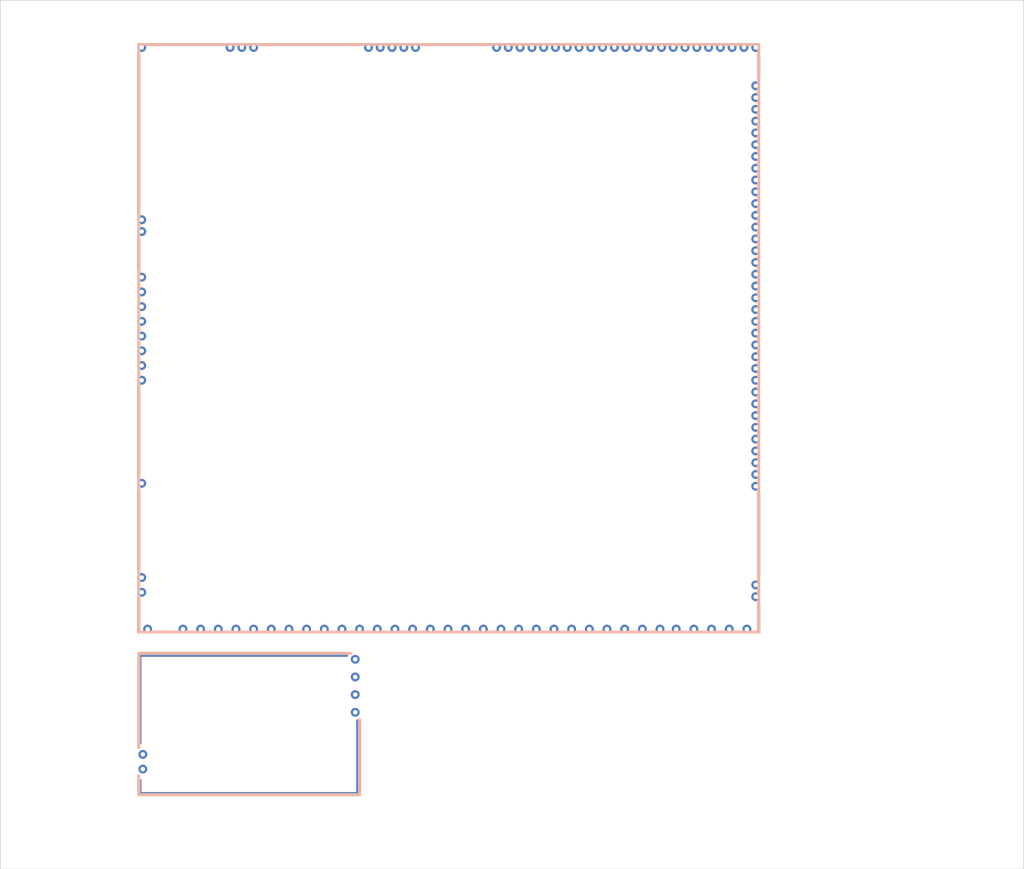
<source format=kicad_pcb>
(kicad_pcb (version 20240108) (generator "pcbnew") (generator_version "8.0")
  (layers (0 "F.Cu" signal) (31 "B.Cu" signal) (34 "B.Paste" user) (35 "F.Paste" user) (36 "B.SilkS" user "B.Silkscreen") (37 "F.SilkS" user "F.Silkscreen") (38 "B.Mask" user) (39 "F.Mask" user) (44 "Edge.Cuts" user))
  (net 0 "")
  (net 1 "Net-(M1-GND)")
  (net 2 "Net-(M1-VR-{slash}HALL)")
  (net 4 "Net-(M1-V5_IN)")
  (net 5 "Net-(M1-VR+)")
  (footprint "0.3:vr-max9924" (layer "F.Cu") (at 118.299998 87.550002)
    (property "Reference" "M1" (hide yes))
    (property "Value" "Module-vr-max9924-0.1" (hide yes))
    (fp_line (start 0.1 -9.7) (end 0.1 -3.3) (stroke (width 0.2)) (layer "B.SilkS"))
    (fp_line (start 0.1 -0.1) (end 0.1 -1.4) (stroke (width 0.2)) (layer "B.SilkS"))
    (fp_line (start 0.1 -0.1) (end 15.1 -0.1) (stroke (width 0.2)) (layer "B.SilkS"))
    (fp_line (start 14.5 -9.7) (end 0.1 -9.7) (stroke (width 0.2)) (layer "B.SilkS"))
    (fp_line (start 15.1 -0.1) (end 15.1 -5.2) (stroke (width 0.2)) (layer "B.SilkS"))
    (fp_line (start 0.1 -9.7) (end 0.1 -3.3) (stroke (width 0.2)) (layer "F.SilkS"))
    (fp_line (start 0.1 -0.1) (end 0.1 -1.4) (stroke (width 0.2)) (layer "F.SilkS"))
    (fp_line (start 0.1 -0.1) (end 15.1 -0.1) (stroke (width 0.2)) (layer "F.SilkS"))
    (fp_line (start 14.5 -9.7) (end 0.1 -9.7) (stroke (width 0.2)) (layer "F.SilkS"))
    (fp_line (start 15.1 -0.1) (end 15.1 -5.2) (stroke (width 0.2)) (layer "F.SilkS"))
    (pad "E1" thru_hole circle (at 14.8 -6.9 180) (size 0.6 0.6) (drill 0.3) (layers "*.Cu" "*.Mask"))
    (pad "E2" thru_hole circle (at 14.8 -5.7 180) (size 0.6 0.6) (drill 0.3) (layers "*.Cu" "*.Mask"))
    (pad "E3" thru_hole circle (at 14.8 -8.1 180) (size 0.6 0.6) (drill 0.3) (layers "*.Cu" "*.Mask"))
    (pad "E4" thru_hole circle (at 14.8 -9.3 180) (size 0.6 0.6) (drill 0.3) (layers "*.Cu" "*.Mask") (net 4 "Net-(M1-V5_IN)"))
    (pad "G" smd rect (at 0.15 -6.6325) (size 0.25 6.185) (layers "F.Cu") (net 1 "Net-(M1-GND)"))
    (pad "G" smd rect (at 0.15 -6.6325) (size 0.25 6.185) (layers "B.Cu") (net 1 "Net-(M1-GND)"))
    (pad "G" smd rect (at 0.15 -0.5825) (size 0.25 1.115) (layers "F.Cu") (net 1 "Net-(M1-GND)"))
    (pad "G" smd rect (at 0.15 -0.5825) (size 0.25 1.115) (layers "B.Cu") (net 1 "Net-(M1-GND)"))
    (pad "G" smd rect (at 7.1625 -9.6 90) (size 0.25 14.275) (layers "F.Cu") (net 1 "Net-(M1-GND)"))
    (pad "G" smd rect (at 7.1625 -9.6 90) (size 0.25 14.275) (layers "B.Cu") (net 1 "Net-(M1-GND)"))
    (pad "G" smd rect (at 7.575 -0.15 90) (size 0.25 15.1) (layers "F.Cu") (net 1 "Net-(M1-GND)"))
    (pad "G" smd rect (at 7.575 -0.15 90) (size 0.25 15.1) (layers "B.Cu") (net 1 "Net-(M1-GND)"))
    (pad "G" smd rect (at 15 -2.6125) (size 0.25 5.175) (layers "F.Cu") (net 1 "Net-(M1-GND)"))
    (pad "G" smd rect (at 15 -2.6125) (size 0.25 5.175) (layers "B.Cu") (net 1 "Net-(M1-GND)"))
    (pad "W1" thru_hole circle (at 0.375 -2.84 180) (size 0.6 0.6) (drill 0.3) (layers "*.Cu" "*.Mask") (net 2 "Net-(M1-VR-{slash}HALL)"))
    (pad "W2" thru_hole circle (at 0.375 -1.84 180) (size 0.6 0.6) (drill 0.3) (layers "*.Cu" "*.Mask") (net 5 "Net-(M1-VR+)"))
  )
  (footprint "0.6:mega-mcu144" (layer "F.Cu") (at 118.299998 76.500003)
    (property "Reference" "M2" (hide yes))
    (property "Value" "Module-mega-mcu144-0.6" (hide yes))
    (fp_line (start 0.099999 -39.999998) (end 40.900002 -39.999998) (stroke (width 0.2)) (layer "B.SilkS"))
    (fp_line (start 0.099999 -0.099999) (end 0.099999 -39.999998) (stroke (width 0.2)) (layer "B.SilkS"))
    (fp_line (start 0.099999 -0.099999) (end 42.199999 -0.099999) (stroke (width 0.2)) (layer "B.SilkS"))
    (fp_line (start 40.900002 -39.999998) (end 42.200002 -39.999998) (stroke (width 0.2)) (layer "B.SilkS"))
    (fp_line (start 42.199999 -0.099999) (end 42.200002 -39.999998) (stroke (width 0.2)) (layer "B.SilkS"))
    (fp_line (start 0.099999 -39.999998) (end 40.900002 -39.999998) (stroke (width 0.2)) (layer "F.SilkS"))
    (fp_line (start 0.099999 -0.099999) (end 0.099999 -39.999998) (stroke (width 0.2)) (layer "F.SilkS"))
    (fp_line (start 0.099999 -0.099999) (end 42.199999 -0.099999) (stroke (width 0.2)) (layer "F.SilkS"))
    (fp_line (start 40.900002 -39.999998) (end 42.200002 -39.999998) (stroke (width 0.2)) (layer "F.SilkS"))
    (fp_line (start 42.199999 -0.099999) (end 42.200002 -39.999998) (stroke (width 0.2)) (layer "F.SilkS"))
    (pad "E1" thru_hole circle (at 42.000002 -37.199996) (size 0.6 0.6) (drill 0.3) (layers "*.Cu"))
    (pad "E2" thru_hole circle (at 42.000002 -36.399995) (size 0.6 0.6) (drill 0.3) (layers "*.Cu"))
    (pad "E3" thru_hole circle (at 42.000002 -35.599997) (size 0.6 0.6) (drill 0.3) (layers "*.Cu"))
    (pad "E4" thru_hole circle (at 42.000002 -34.799996) (size 0.6 0.6) (drill 0.3) (layers "*.Cu"))
    (pad "E6" thru_hole circle (at 42.000002 -33.999995 270) (size 0.6 0.6) (drill 0.3) (layers "*.Cu"))
    (pad "E7" thru_hole circle (at 41.999999 -33.199997 270) (size 0.6 0.6) (drill 0.3) (layers "*.Cu"))
    (pad "E8" thru_hole circle (at 41.999999 -32.399996 270) (size 0.6 0.6) (drill 0.3) (layers "*.Cu"))
    (pad "E9" thru_hole circle (at 42.000002 -31.599992 270) (size 0.6 0.6) (drill 0.3) (layers "*.Cu"))
    (pad "E10" thru_hole circle (at 42.000002 -30.799996 270) (size 0.6 0.6) (drill 0.3) (layers "*.Cu"))
    (pad "E11" thru_hole circle (at 42.000002 -29.999996 270) (size 0.6 0.6) (drill 0.3) (layers "*.Cu"))
    (pad "E12" thru_hole circle (at 42.000002 -29.199995 270) (size 0.6 0.6) (drill 0.3) (layers "*.Cu"))
    (pad "E13" thru_hole circle (at 41.999999 -28.399996 270) (size 0.6 0.6) (drill 0.3) (layers "*.Cu"))
    (pad "E14" thru_hole circle (at 41.999999 -27.599995 270) (size 0.6 0.6) (drill 0.3) (layers "*.Cu"))
    (pad "E15" thru_hole circle (at 41.999999 -26.799994 270) (size 0.6 0.6) (drill 0.3) (layers "*.Cu"))
    (pad "E16" thru_hole circle (at 42.000002 -25.999996 270) (size 0.6 0.6) (drill 0.3) (layers "*.Cu"))
    (pad "E17" thru_hole circle (at 42.000002 -25.199995 270) (size 0.6 0.6) (drill 0.3) (layers "*.Cu"))
    (pad "E18" thru_hole circle (at 42.000002 -24.399997 270) (size 0.6 0.6) (drill 0.3) (layers "*.Cu"))
    (pad "E19" thru_hole circle (at 41.999999 -23.599996 270) (size 0.6 0.6) (drill 0.3) (layers "*.Cu"))
    (pad "E20" thru_hole circle (at 41.999999 -22.799995 270) (size 0.6 0.6) (drill 0.3) (layers "*.Cu"))
    (pad "E21" thru_hole circle (at 42.000002 -21.999996 270) (size 0.6 0.6) (drill 0.3) (layers "*.Cu"))
    (pad "E22" thru_hole circle (at 42.000002 -21.199995 270) (size 0.6 0.6) (drill 0.3) (layers "*.Cu"))
    (pad "E23" thru_hole circle (at 42.000002 -20.399994 270) (size 0.6 0.6) (drill 0.3) (layers "*.Cu"))
    (pad "E24" thru_hole circle (at 42.000002 -19.599996 270) (size 0.6 0.6) (drill 0.3) (layers "*.Cu"))
    (pad "E25" thru_hole circle (at 42.000002 -18.799995 180) (size 0.6 0.6) (drill 0.3) (layers "*.Cu"))
    (pad "E26" thru_hole circle (at 42.000002 -17.999997 180) (size 0.6 0.6) (drill 0.3) (layers "*.Cu"))
    (pad "E27" thru_hole circle (at 42.000002 -17.199996 270) (size 0.6 0.6) (drill 0.3) (layers "*.Cu"))
    (pad "E28" thru_hole circle (at 42.000002 -16.399995 270) (size 0.6 0.6) (drill 0.3) (layers "*.Cu"))
    (pad "E29" thru_hole circle (at 42.000002 -15.599996 180) (size 0.6 0.6) (drill 0.3) (layers "*.Cu"))
    (pad "E30" thru_hole circle (at 42.000002 -14.799995 180) (size 0.6 0.6) (drill 0.3) (layers "*.Cu"))
    (pad "E31" thru_hole circle (at 41.999999 -13.999997 180) (size 0.6 0.6) (drill 0.3) (layers "*.Cu"))
    (pad "E32" thru_hole circle (at 42.000002 -13.199994 180) (size 0.6 0.6) (drill 0.3) (layers "*.Cu"))
    (pad "E33" thru_hole circle (at 42.000002 -12.399995 180) (size 0.6 0.6) (drill 0.3) (layers "*.Cu"))
    (pad "E34" thru_hole circle (at 42.000002 -11.599997 180) (size 0.6 0.6) (drill 0.3) (layers "*.Cu"))
    (pad "E35" thru_hole circle (at 42.000002 -10.799996 270) (size 0.6 0.6) (drill 0.3) (layers "*.Cu"))
    (pad "E36" thru_hole circle (at 42.000002 -9.999995 270) (size 0.6 0.6) (drill 0.3) (layers "*.Cu"))
    (pad "E38" thru_hole circle (at 41.999999 -3.300001 270) (size 0.6 0.6) (drill 0.3) (layers "*.Cu"))
    (pad "E39" thru_hole circle (at 42.000002 -2.5 270) (size 0.6 0.6) (drill 0.3) (layers "*.Cu"))
    (pad "G" smd rect (at 0.099997 -1.15) (size 0.2 2.3) (layers "F.Cu" "F.Paste"))
    (pad "G" smd rect (at 0.099997 -1.15) (size 0.2 2.3) (layers "B.Cu" "B.Paste"))
    (pad "G" smd rect (at 0.099999 -33.949998) (size 0.2 10.7) (layers "F.Cu" "F.Paste"))
    (pad "G" smd rect (at 0.099999 -33.949998) (size 0.2 10.7) (layers "B.Cu" "B.Paste"))
    (pad "G" smd rect (at 0.099999 -25.749999) (size 0.2 2.1) (layers "F.Cu" "F.Paste"))
    (pad "G" smd rect (at 0.099999 -25.749999) (size 0.2 2.1) (layers "B.Cu" "B.Paste"))
    (pad "G" smd rect (at 0.099999 -13.7) (size 0.2 6) (layers "F.Cu" "F.Paste"))
    (pad "G" smd rect (at 0.099999 -13.7) (size 0.2 6) (layers "B.Cu" "B.Paste"))
    (pad "G" smd rect (at 0.099999 -7.000003) (size 0.2 5.4) (layers "F.Cu" "F.Paste"))
    (pad "G" smd rect (at 0.099999 -7.000003) (size 0.2 5.4) (layers "B.Cu" "B.Paste"))
    (pad "G" smd rect (at 1.900006 -0.099997 90) (size 0.2 1.4) (layers "F.Cu" "F.Paste"))
    (pad "G" smd rect (at 1.900006 -0.099997 90) (size 0.2 1.4) (layers "B.Cu" "B.Paste"))
    (pad "G" smd rect (at 3.300001 -39.999998 270) (size 0.2 5) (layers "F.Cu" "F.Paste"))
    (pad "G" smd rect (at 3.300001 -39.999998 270) (size 0.2 5) (layers "B.Cu" "B.Paste"))
    (pad "G" smd rect (at 11.800004 -39.999998 270) (size 0.2 6.8) (layers "F.Cu" "F.Paste"))
    (pad "G" smd rect (at 11.800004 -39.999998 270) (size 0.2 6.8) (layers "B.Cu" "B.Paste"))
    (pad "G" smd rect (at 21.650007 -39.999998 270) (size 0.2 4.5) (layers "F.Cu" "F.Paste"))
    (pad "G" smd rect (at 21.650007 -39.999998 270) (size 0.2 4.5) (layers "B.Cu" "B.Paste"))
    (pad "G" smd rect (at 42.200002 -38.499999 180) (size 0.2 1.6) (layers "F.Cu" "F.Paste"))
    (pad "G" smd rect (at 42.200002 -38.499999 180) (size 0.2 1.6) (layers "B.Cu" "B.Paste"))
    (pad "G" smd rect (at 42.200002 -6.649996 180) (size 0.2 5.7) (layers "F.Cu" "F.Paste"))
    (pad "G" smd rect (at 42.200002 -6.649996 180) (size 0.2 5.7) (layers "B.Cu" "B.Paste"))
    (pad "G" smd rect (at 42.200002 -1.000003 180) (size 0.2 2) (layers "F.Cu" "F.Paste"))
    (pad "G" smd rect (at 42.200002 -1.000003 180) (size 0.2 2) (layers "B.Cu" "B.Paste"))
    (pad "N1" thru_hole circle (at 42.000002 -39.799999 270) (size 0.6 0.6) (drill 0.3) (layers "*.Cu"))
    (pad "N2" thru_hole circle (at 41.200004 -39.800001 270) (size 0.6 0.6) (drill 0.3) (layers "*.Cu"))
    (pad "N3" thru_hole circle (at 40.400003 -39.800001 270) (size 0.6 0.6) (drill 0.3) (layers "*.Cu"))
    (pad "N4" thru_hole circle (at 39.600004 -39.799999 270) (size 0.6 0.6) (drill 0.3) (layers "*.Cu"))
    (pad "N5" thru_hole circle (at 38.800003 -39.799999 90) (size 0.6 0.6) (drill 0.3) (layers "*.Cu"))
    (pad "N6" thru_hole circle (at 38.000002 -39.799999 270) (size 0.6 0.6) (drill 0.3) (layers "*.Cu"))
    (pad "N7" thru_hole circle (at 37.200004 -39.799999 270) (size 0.6 0.6) (drill 0.3) (layers "*.Cu"))
    (pad "N8" thru_hole circle (at 36.400003 -39.800001 270) (size 0.6 0.6) (drill 0.3) (layers "*.Cu"))
    (pad "N9" thru_hole circle (at 35.600005 -39.799999 90) (size 0.6 0.6) (drill 0.3) (layers "*.Cu"))
    (pad "N10" thru_hole circle (at 34.800004 -39.799999 90) (size 0.6 0.6) (drill 0.3) (layers "*.Cu") (net 4 "Net-(M1-V5_IN)"))
    (pad "N11" thru_hole circle (at 34.000003 -39.799999 90) (size 0.6 0.6) (drill 0.3) (layers "*.Cu"))
    (pad "N12" thru_hole circle (at 33.200002 -39.799999 90) (size 0.6 0.6) (drill 0.3) (layers "*.Cu"))
    (pad "N13" thru_hole circle (at 32.400003 -39.799999 90) (size 0.6 0.6) (drill 0.3) (layers "*.Cu"))
    (pad "N14" thru_hole circle (at 31.600002 -39.799999 270) (size 0.6 0.6) (drill 0.3) (layers "*.Cu") (net 1 "Net-(M1-GND)"))
    (pad "N15" thru_hole circle (at 30.800001 -39.800001 270) (size 0.6 0.6) (drill 0.3) (layers "*.Cu") (net 2 "Net-(M1-VR-{slash}HALL)"))
    (pad "N16" thru_hole circle (at 30.000001 -39.800001 270) (size 0.6 0.6) (drill 0.3) (layers "*.Cu"))
    (pad "N17" thru_hole circle (at 29.200002 -39.799999 270) (size 0.6 0.6) (drill 0.3) (layers "*.Cu"))
    (pad "N18" thru_hole circle (at 28.400001 -39.799999 270) (size 0.6 0.6) (drill 0.3) (layers "*.Cu"))
    (pad "N19" thru_hole circle (at 27.600003 -39.799999 270) (size 0.6 0.6) (drill 0.3) (layers "*.Cu"))
    (pad "N20" thru_hole circle (at 26.800002 -39.799999 270) (size 0.6 0.6) (drill 0.3) (layers "*.Cu"))
    (pad "N21" thru_hole circle (at 26.000003 -39.800001 270) (size 0.6 0.6) (drill 0.3) (layers "*.Cu"))
    (pad "N22" thru_hole circle (at 25.200002 -39.799999 270) (size 0.6 0.6) (drill 0.3) (layers "*.Cu"))
    (pad "N23" thru_hole circle (at 24.400002 -39.799999 270) (size 0.6 0.6) (drill 0.3) (layers "*.Cu"))
    (pad "N24" thru_hole circle (at 18.900002 -39.799999 270) (size 0.6 0.6) (drill 0.3) (layers "*.Cu"))
    (pad "N25" thru_hole circle (at 18.100001 -39.799999 270) (size 0.6 0.6) (drill 0.3) (layers "*.Cu"))
    (pad "N26" thru_hole circle (at 17.300003 -39.799999 270) (size 0.6 0.6) (drill 0.3) (layers "*.Cu"))
    (pad "N27" thru_hole circle (at 16.500005 -39.799999 270) (size 0.6 0.6) (drill 0.3) (layers "*.Cu"))
    (pad "N28" thru_hole circle (at 15.700006 -39.799999 270) (size 0.6 0.6) (drill 0.3) (layers "*.Cu"))
    (pad "N29" thru_hole circle (at 7.900002 -39.799999 270) (size 0.6 0.6) (drill 0.3) (layers "*.Cu"))
    (pad "N30" thru_hole circle (at 7.100003 -39.799999 270) (size 0.6 0.6) (drill 0.3) (layers "*.Cu"))
    (pad "N31" thru_hole circle (at 6.300005 -39.799999 270) (size 0.6 0.6) (drill 0.3) (layers "*.Cu"))
    (pad "N32" thru_hole circle (at 0.300001 -39.799999 270) (size 0.6 0.6) (drill 0.3) (layers "*.Cu"))
    (pad "S1" thru_hole circle (at 41.400001 -0.299994 270) (size 0.6 0.6) (drill 0.3) (layers "*.Cu"))
    (pad "S2" thru_hole circle (at 40.2 -0.299996 270) (size 0.6 0.6) (drill 0.3) (layers "*.Cu"))
    (pad "S3" thru_hole circle (at 39.000003 -0.299996 270) (size 0.6 0.6) (drill 0.3) (layers "*.Cu"))
    (pad "S4" thru_hole circle (at 37.800003 -0.299994 270) (size 0.6 0.6) (drill 0.3) (layers "*.Cu"))
    (pad "S5" thru_hole circle (at 36.600003 -0.299996 270) (size 0.6 0.6) (drill 0.3) (layers "*.Cu"))
    (pad "S6" thru_hole circle (at 35.500015 -0.299996 270) (size 0.6 0.6) (drill 0.3) (layers "*.Cu"))
    (pad "S7" thru_hole circle (at 34.300015 -0.299996 270) (size 0.6 0.6) (drill 0.3) (layers "*.Cu"))
    (pad "S8" thru_hole circle (at 33.100017 -0.299994 270) (size 0.6 0.6) (drill 0.3) (layers "*.Cu"))
    (pad "S9" thru_hole circle (at 31.900017 -0.299996 270) (size 0.6 0.6) (drill 0.3) (layers "*.Cu"))
    (pad "S10" thru_hole circle (at 30.700014 -0.299996 270) (size 0.6 0.6) (drill 0.3) (layers "*.Cu"))
    (pad "S11" thru_hole circle (at 29.500012 -0.299994 270) (size 0.6 0.6) (drill 0.3) (layers "*.Cu"))
    (pad "S12" thru_hole circle (at 28.300014 -0.299996 270) (size 0.6 0.6) (drill 0.3) (layers "*.Cu"))
    (pad "S13" thru_hole circle (at 27.100016 -0.299996 270) (size 0.6 0.6) (drill 0.3) (layers "*.Cu"))
    (pad "S14" thru_hole circle (at 25.900009 -0.299996 270) (size 0.6 0.6) (drill 0.3) (layers "*.Cu"))
    (pad "S15" thru_hole circle (at 24.700009 -0.299996 270) (size 0.6 0.6) (drill 0.3) (layers "*.Cu"))
    (pad "S16" thru_hole circle (at 23.500011 -0.299996 270) (size 0.6 0.6) (drill 0.3) (layers "*.Cu"))
    (pad "S17" thru_hole circle (at 22.300011 -0.299996 270) (size 0.6 0.6) (drill 0.3) (layers "*.Cu"))
    (pad "S18" thru_hole circle (at 21.100006 -0.299996 270) (size 0.6 0.6) (drill 0.3) (layers "*.Cu"))
    (pad "S19" thru_hole circle (at 19.900005 -0.299996 270) (size 0.6 0.6) (drill 0.3) (layers "*.Cu"))
    (pad "S20" thru_hole circle (at 18.700008 -0.299994 270) (size 0.6 0.6) (drill 0.3) (layers "*.Cu"))
    (pad "S21" thru_hole circle (at 17.500008 -0.299996 270) (size 0.6 0.6) (drill 0.3) (layers "*.Cu"))
    (pad "S22" thru_hole circle (at 16.300005 -0.299994 270) (size 0.6 0.6) (drill 0.3) (layers "*.Cu"))
    (pad "S23" thru_hole circle (at 15.100005 -0.299996 270) (size 0.6 0.6) (drill 0.3) (layers "*.Cu"))
    (pad "S24" thru_hole circle (at 13.90001 -0.299996 270) (size 0.6 0.6) (drill 0.3) (layers "*.Cu"))
    (pad "S25" thru_hole circle (at 12.700007 -0.299994 270) (size 0.6 0.6) (drill 0.3) (layers "*.Cu"))
    (pad "S26" thru_hole circle (at 11.500002 -0.299996 270) (size 0.6 0.6) (drill 0.3) (layers "*.Cu"))
    (pad "S27" thru_hole circle (at 10.300002 -0.299994 270) (size 0.6 0.6) (drill 0.3) (layers "*.Cu"))
    (pad "S28" thru_hole circle (at 9.100004 -0.299996 270) (size 0.6 0.6) (drill 0.3) (layers "*.Cu"))
    (pad "S29" thru_hole circle (at 7.900004 -0.299996 270) (size 0.6 0.6) (drill 0.3) (layers "*.Cu"))
    (pad "S30" thru_hole circle (at 6.699999 -0.299996 270) (size 0.6 0.6) (drill 0.3) (layers "*.Cu"))
    (pad "S31" thru_hole circle (at 5.499999 -0.299996 270) (size 0.6 0.6) (drill 0.3) (layers "*.Cu"))
    (pad "S32" thru_hole circle (at 4.300001 -0.299996 270) (size 0.6 0.6) (drill 0.3) (layers "*.Cu"))
    (pad "S33" thru_hole circle (at 3.100001 -0.299996 270) (size 0.6 0.6) (drill 0.3) (layers "*.Cu"))
    (pad "S35" thru_hole circle (at 0.700001 -0.299996 270) (size 0.6 0.6) (drill 0.3) (layers "*.Cu"))
    (pad "W1" thru_hole circle (at 0.299999 -2.799999 180) (size 0.6 0.6) (drill 0.3) (layers "*.Cu"))
    (pad "W2" thru_hole circle (at 0.299999 -3.8 270) (size 0.6 0.6) (drill 0.3) (layers "*.Cu"))
    (pad "W3" thru_hole circle (at 0.300001 -10.200002 180) (size 0.6 0.6) (drill 0.3) (layers "*.Cu"))
    (pad "W4" thru_hole circle (at 0.300001 -17.199998 180) (size 0.6 0.6) (drill 0.3) (layers "*.Cu"))
    (pad "W5" thru_hole circle (at 0.300001 -18.199999 180) (size 0.6 0.6) (drill 0.3) (layers "*.Cu"))
    (pad "W6" thru_hole circle (at 0.300001 -19.199997 180) (size 0.6 0.6) (drill 0.3) (layers "*.Cu"))
    (pad "W7" thru_hole circle (at 0.300001 -20.199997 180) (size 0.6 0.6) (drill 0.3) (layers "*.Cu"))
    (pad "W8" thru_hole circle (at 0.300001 -21.199998 180) (size 0.6 0.6) (drill 0.3) (layers "*.Cu"))
    (pad "W9" thru_hole circle (at 0.300001 -22.199996 180) (size 0.6 0.6) (drill 0.3) (layers "*.Cu"))
    (pad "W10" thru_hole circle (at 0.300001 -23.199996 180) (size 0.6 0.6) (drill 0.3) (layers "*.Cu"))
    (pad "W11" thru_hole circle (at 0.300001 -24.199994 180) (size 0.6 0.6) (drill 0.3) (layers "*.Cu"))
    (pad "W12" thru_hole circle (at 0.300001 -27.299998 270) (size 0.6 0.6) (drill 0.3) (layers "*.Cu"))
    (pad "W13" thru_hole circle (at 0.300001 -28.099999 270) (size 0.6 0.6) (drill 0.3) (layers "*.Cu") (net 5 "Net-(M1-VR+)"))
  )
  (gr_rect (start 109 33.5) (end 178.5 92.5) (stroke (width 0.05)) (fill none) (layer "Edge.Cuts"))
)
</source>
